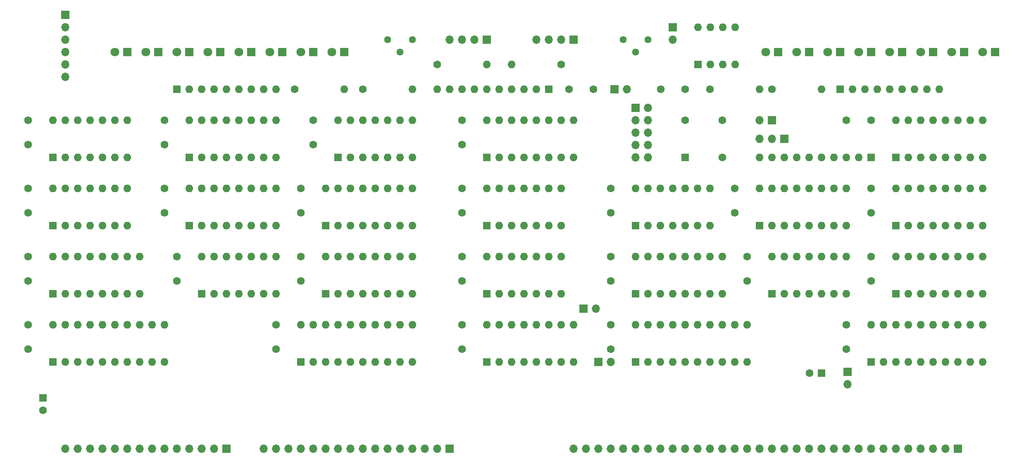
<source format=gts>
G04 #@! TF.GenerationSoftware,KiCad,Pcbnew,(7.0.0)*
G04 #@! TF.CreationDate,2024-03-28T20:26:14-07:00*
G04 #@! TF.ProjectId,sound_square,736f756e-645f-4737-9175-6172652e6b69,rev?*
G04 #@! TF.SameCoordinates,Original*
G04 #@! TF.FileFunction,Soldermask,Top*
G04 #@! TF.FilePolarity,Negative*
%FSLAX46Y46*%
G04 Gerber Fmt 4.6, Leading zero omitted, Abs format (unit mm)*
G04 Created by KiCad (PCBNEW (7.0.0)) date 2024-03-28 20:26:14*
%MOMM*%
%LPD*%
G01*
G04 APERTURE LIST*
%ADD10R,1.600000X1.600000*%
%ADD11O,1.600000X1.600000*%
%ADD12R,1.800000X1.800000*%
%ADD13C,1.800000*%
%ADD14R,1.700000X1.700000*%
%ADD15O,1.700000X1.700000*%
%ADD16C,1.600000*%
%ADD17C,1.440000*%
G04 APERTURE END LIST*
D10*
X177799999Y-99059999D03*
D11*
X180339999Y-99059999D03*
X182879999Y-99059999D03*
X185419999Y-99059999D03*
X187959999Y-99059999D03*
X190499999Y-99059999D03*
X193039999Y-99059999D03*
X193039999Y-91439999D03*
X190499999Y-91439999D03*
X187959999Y-91439999D03*
X185419999Y-91439999D03*
X182879999Y-91439999D03*
X180339999Y-91439999D03*
X177799999Y-91439999D03*
D10*
X147319999Y-113029999D03*
D11*
X149859999Y-113029999D03*
X152399999Y-113029999D03*
X154939999Y-113029999D03*
X157479999Y-113029999D03*
X160019999Y-113029999D03*
X162559999Y-113029999D03*
X162559999Y-105409999D03*
X160019999Y-105409999D03*
X157479999Y-105409999D03*
X154939999Y-105409999D03*
X152399999Y-105409999D03*
X149859999Y-105409999D03*
X147319999Y-105409999D03*
D12*
X238759999Y-63499999D03*
D13*
X236220000Y-63500000D03*
D14*
X139699999Y-144779999D03*
D15*
X137159999Y-144779999D03*
X134619999Y-144779999D03*
X132079999Y-144779999D03*
X129539999Y-144779999D03*
X126999999Y-144779999D03*
X124459999Y-144779999D03*
X121919999Y-144779999D03*
X119379999Y-144779999D03*
X116839999Y-144779999D03*
X114299999Y-144779999D03*
X111759999Y-144779999D03*
X109219999Y-144779999D03*
X106679999Y-144779999D03*
X104139999Y-144779999D03*
X101599999Y-144779999D03*
D10*
X114299999Y-113029999D03*
D11*
X116839999Y-113029999D03*
X119379999Y-113029999D03*
X121919999Y-113029999D03*
X124459999Y-113029999D03*
X126999999Y-113029999D03*
X129539999Y-113029999D03*
X132079999Y-113029999D03*
X132079999Y-105409999D03*
X129539999Y-105409999D03*
X126999999Y-105409999D03*
X124459999Y-105409999D03*
X121919999Y-105409999D03*
X119379999Y-105409999D03*
X116839999Y-105409999D03*
X114299999Y-105409999D03*
D10*
X203199999Y-99059999D03*
D11*
X205739999Y-99059999D03*
X208279999Y-99059999D03*
X210819999Y-99059999D03*
X213359999Y-99059999D03*
X215899999Y-99059999D03*
X218439999Y-99059999D03*
X220979999Y-99059999D03*
X220979999Y-91439999D03*
X218439999Y-91439999D03*
X215899999Y-91439999D03*
X213359999Y-91439999D03*
X210819999Y-91439999D03*
X208279999Y-91439999D03*
X205739999Y-91439999D03*
X203199999Y-91439999D03*
D16*
X169164000Y-71120000D03*
X164164000Y-71120000D03*
D10*
X88899999Y-113029999D03*
D11*
X91439999Y-113029999D03*
X93979999Y-113029999D03*
X96519999Y-113029999D03*
X99059999Y-113029999D03*
X101599999Y-113029999D03*
X104139999Y-113029999D03*
X104139999Y-105409999D03*
X101599999Y-105409999D03*
X99059999Y-105409999D03*
X96519999Y-105409999D03*
X93979999Y-105409999D03*
X91439999Y-105409999D03*
X88899999Y-105409999D03*
D16*
X111760000Y-77470000D03*
X111760000Y-82470000D03*
D12*
X111759999Y-63499999D03*
D13*
X109220000Y-63500000D03*
D16*
X226060000Y-91440000D03*
X226060000Y-96440000D03*
X172720000Y-91440000D03*
X172720000Y-96440000D03*
D10*
X231139999Y-85089999D03*
D11*
X233679999Y-85089999D03*
X236219999Y-85089999D03*
X238759999Y-85089999D03*
X241299999Y-85089999D03*
X243839999Y-85089999D03*
X246379999Y-85089999D03*
X248919999Y-85089999D03*
X248919999Y-77469999D03*
X246379999Y-77469999D03*
X243839999Y-77469999D03*
X241299999Y-77469999D03*
X238759999Y-77469999D03*
X236219999Y-77469999D03*
X233679999Y-77469999D03*
X231139999Y-77469999D03*
D16*
X193040000Y-71120000D03*
D11*
X203199999Y-71119999D03*
D16*
X220980000Y-124380000D03*
X220980000Y-119380000D03*
X53340000Y-119380000D03*
X53340000Y-124380000D03*
X81280000Y-91440000D03*
X81280000Y-96440000D03*
D17*
X127000000Y-60960000D03*
X129540000Y-63500000D03*
X132080000Y-60960000D03*
D16*
X205740000Y-71120000D03*
D11*
X215899999Y-71119999D03*
D12*
X251459999Y-63499999D03*
D13*
X248920000Y-63500000D03*
D16*
X53340000Y-77470000D03*
X53340000Y-82470000D03*
X142240000Y-119380000D03*
X142240000Y-124380000D03*
D14*
X170179999Y-126999999D03*
D15*
X172719999Y-126999999D03*
D16*
X109220000Y-105410000D03*
X109220000Y-110410000D03*
D12*
X105409999Y-63499999D03*
D13*
X102870000Y-63500000D03*
D10*
X58419999Y-126999999D03*
D11*
X60959999Y-126999999D03*
X63499999Y-126999999D03*
X66039999Y-126999999D03*
X68579999Y-126999999D03*
X71119999Y-126999999D03*
X73659999Y-126999999D03*
X76199999Y-126999999D03*
X78739999Y-126999999D03*
X81279999Y-126999999D03*
X81279999Y-119379999D03*
X78739999Y-119379999D03*
X76199999Y-119379999D03*
X73659999Y-119379999D03*
X71119999Y-119379999D03*
X68579999Y-119379999D03*
X66039999Y-119379999D03*
X63499999Y-119379999D03*
X60959999Y-119379999D03*
X58419999Y-119379999D03*
D14*
X93979999Y-144779999D03*
D15*
X91439999Y-144779999D03*
X88899999Y-144779999D03*
X86359999Y-144779999D03*
X83819999Y-144779999D03*
X81279999Y-144779999D03*
X78739999Y-144779999D03*
X76199999Y-144779999D03*
X73659999Y-144779999D03*
X71119999Y-144779999D03*
X68579999Y-144779999D03*
X66039999Y-144779999D03*
X63499999Y-144779999D03*
X60959999Y-144779999D03*
D16*
X198120000Y-96440000D03*
X198120000Y-91440000D03*
D10*
X160019999Y-71119999D03*
D11*
X157479999Y-71119999D03*
X154939999Y-71119999D03*
X152399999Y-71119999D03*
X149859999Y-71119999D03*
X147319999Y-71119999D03*
X144779999Y-71119999D03*
X142239999Y-71119999D03*
X139699999Y-71119999D03*
X137159999Y-71119999D03*
D14*
X221233999Y-129031999D03*
D15*
X221233999Y-131571999D03*
D10*
X226059999Y-126999999D03*
D11*
X228599999Y-126999999D03*
X231139999Y-126999999D03*
X233679999Y-126999999D03*
X236219999Y-126999999D03*
X238759999Y-126999999D03*
X241299999Y-126999999D03*
X243839999Y-126999999D03*
X246379999Y-126999999D03*
X248919999Y-126999999D03*
X248919999Y-119379999D03*
X246379999Y-119379999D03*
X243839999Y-119379999D03*
X241299999Y-119379999D03*
X238759999Y-119379999D03*
X236219999Y-119379999D03*
X233679999Y-119379999D03*
X231139999Y-119379999D03*
X228599999Y-119379999D03*
X226059999Y-119379999D03*
D12*
X73659999Y-63499999D03*
D13*
X71120000Y-63500000D03*
D10*
X86359999Y-99059999D03*
D11*
X88899999Y-99059999D03*
X91439999Y-99059999D03*
X93979999Y-99059999D03*
X96519999Y-99059999D03*
X99059999Y-99059999D03*
X101599999Y-99059999D03*
X104139999Y-99059999D03*
X104139999Y-91439999D03*
X101599999Y-91439999D03*
X99059999Y-91439999D03*
X96519999Y-91439999D03*
X93979999Y-91439999D03*
X91439999Y-91439999D03*
X88899999Y-91439999D03*
X86359999Y-91439999D03*
D12*
X232409999Y-63499999D03*
D13*
X229870000Y-63500000D03*
D10*
X116839999Y-85089999D03*
D11*
X119379999Y-85089999D03*
X121919999Y-85089999D03*
X124459999Y-85089999D03*
X126999999Y-85089999D03*
X129539999Y-85089999D03*
X132079999Y-85089999D03*
X132079999Y-77469999D03*
X129539999Y-77469999D03*
X126999999Y-77469999D03*
X124459999Y-77469999D03*
X121919999Y-77469999D03*
X119379999Y-77469999D03*
X116839999Y-77469999D03*
D10*
X205739999Y-113029999D03*
D11*
X208279999Y-113029999D03*
X210819999Y-113029999D03*
X213359999Y-113029999D03*
X215899999Y-113029999D03*
X218439999Y-113029999D03*
X220979999Y-113029999D03*
X220979999Y-105409999D03*
X218439999Y-105409999D03*
X215899999Y-105409999D03*
X213359999Y-105409999D03*
X210819999Y-105409999D03*
X208279999Y-105409999D03*
X205739999Y-105409999D03*
D16*
X121920000Y-71120000D03*
D11*
X132079999Y-71119999D03*
D16*
X109220000Y-91440000D03*
X109220000Y-96440000D03*
D12*
X207009999Y-63499999D03*
D13*
X204470000Y-63500000D03*
D14*
X173481999Y-71119999D03*
D15*
X176021999Y-71119999D03*
D16*
X81280000Y-82470000D03*
X81280000Y-77470000D03*
D12*
X80009999Y-63499999D03*
D13*
X77470000Y-63500000D03*
D14*
X165099999Y-60959999D03*
D15*
X162559999Y-60959999D03*
X160019999Y-60959999D03*
X157479999Y-60959999D03*
D14*
X205739999Y-77469999D03*
D15*
X203199999Y-77469999D03*
D16*
X162560000Y-66040000D03*
D11*
X152399999Y-66039999D03*
D10*
X83819999Y-71119999D03*
D11*
X86359999Y-71119999D03*
X88899999Y-71119999D03*
X91439999Y-71119999D03*
X93979999Y-71119999D03*
X96519999Y-71119999D03*
X99059999Y-71119999D03*
X101599999Y-71119999D03*
X104139999Y-71119999D03*
D16*
X53340000Y-91440000D03*
X53340000Y-96440000D03*
X107950000Y-71120000D03*
D11*
X118109999Y-71119999D03*
D12*
X92709999Y-63499999D03*
D13*
X90170000Y-63500000D03*
D12*
X118109999Y-63499999D03*
D13*
X115570000Y-63500000D03*
D10*
X190509999Y-66029999D03*
D11*
X193049999Y-66029999D03*
X195589999Y-66029999D03*
X198129999Y-66029999D03*
X198129999Y-58409999D03*
X195589999Y-58409999D03*
X193049999Y-58409999D03*
X190509999Y-58409999D03*
D10*
X226059999Y-85089999D03*
D11*
X223519999Y-85089999D03*
X220979999Y-85089999D03*
X218439999Y-85089999D03*
X215899999Y-85089999D03*
X213359999Y-85089999D03*
X210819999Y-85089999D03*
X208279999Y-85089999D03*
X205739999Y-85089999D03*
X203199999Y-85089999D03*
D10*
X56387999Y-134365999D03*
D16*
X56388000Y-136866000D03*
D12*
X226059999Y-63499999D03*
D13*
X223520000Y-63500000D03*
D12*
X245109999Y-63499999D03*
D13*
X242570000Y-63500000D03*
D16*
X226060000Y-105410000D03*
X226060000Y-110410000D03*
X182960000Y-71120000D03*
X187960000Y-71120000D03*
D14*
X167131999Y-116077999D03*
D15*
X169671999Y-116077999D03*
D17*
X175260000Y-60960000D03*
X177800000Y-63500000D03*
X180340000Y-60960000D03*
D10*
X86359999Y-85089999D03*
D11*
X88899999Y-85089999D03*
X91439999Y-85089999D03*
X93979999Y-85089999D03*
X96519999Y-85089999D03*
X99059999Y-85089999D03*
X101599999Y-85089999D03*
X104139999Y-85089999D03*
X104139999Y-77469999D03*
X101599999Y-77469999D03*
X99059999Y-77469999D03*
X96519999Y-77469999D03*
X93979999Y-77469999D03*
X91439999Y-77469999D03*
X88899999Y-77469999D03*
X86359999Y-77469999D03*
D10*
X114299999Y-99059999D03*
D11*
X116839999Y-99059999D03*
X119379999Y-99059999D03*
X121919999Y-99059999D03*
X124459999Y-99059999D03*
X126999999Y-99059999D03*
X129539999Y-99059999D03*
X132079999Y-99059999D03*
X132079999Y-91439999D03*
X129539999Y-91439999D03*
X126999999Y-91439999D03*
X124459999Y-91439999D03*
X121919999Y-91439999D03*
X119379999Y-91439999D03*
X116839999Y-91439999D03*
X114299999Y-91439999D03*
D10*
X58419999Y-99059999D03*
D11*
X60959999Y-99059999D03*
X63499999Y-99059999D03*
X66039999Y-99059999D03*
X68579999Y-99059999D03*
X71119999Y-99059999D03*
X73659999Y-99059999D03*
X73659999Y-91439999D03*
X71119999Y-91439999D03*
X68579999Y-91439999D03*
X66039999Y-91439999D03*
X63499999Y-91439999D03*
X60959999Y-91439999D03*
X58419999Y-91439999D03*
D10*
X58419999Y-113029999D03*
D11*
X60959999Y-113029999D03*
X63499999Y-113029999D03*
X66039999Y-113029999D03*
X68579999Y-113029999D03*
X71119999Y-113029999D03*
X73659999Y-113029999D03*
X76199999Y-113029999D03*
X76199999Y-105409999D03*
X73659999Y-105409999D03*
X71119999Y-105409999D03*
X68579999Y-105409999D03*
X66039999Y-105409999D03*
X63499999Y-105409999D03*
X60959999Y-105409999D03*
X58419999Y-105409999D03*
D16*
X83820000Y-105410000D03*
X83820000Y-110410000D03*
D10*
X147319999Y-99059999D03*
D11*
X149859999Y-99059999D03*
X152399999Y-99059999D03*
X154939999Y-99059999D03*
X157479999Y-99059999D03*
X160019999Y-99059999D03*
X162559999Y-99059999D03*
X162559999Y-91439999D03*
X160019999Y-91439999D03*
X157479999Y-91439999D03*
X154939999Y-91439999D03*
X152399999Y-91439999D03*
X149859999Y-91439999D03*
X147319999Y-91439999D03*
D16*
X172720000Y-110410000D03*
X172720000Y-105410000D03*
D10*
X231139999Y-99059999D03*
D11*
X233679999Y-99059999D03*
X236219999Y-99059999D03*
X238759999Y-99059999D03*
X241299999Y-99059999D03*
X243839999Y-99059999D03*
X246379999Y-99059999D03*
X248919999Y-99059999D03*
X248919999Y-91439999D03*
X246379999Y-91439999D03*
X243839999Y-91439999D03*
X241299999Y-91439999D03*
X238759999Y-91439999D03*
X236219999Y-91439999D03*
X233679999Y-91439999D03*
X231139999Y-91439999D03*
D10*
X58419999Y-85089999D03*
D11*
X60959999Y-85089999D03*
X63499999Y-85089999D03*
X66039999Y-85089999D03*
X68579999Y-85089999D03*
X71119999Y-85089999D03*
X73659999Y-85089999D03*
X73659999Y-77469999D03*
X71119999Y-77469999D03*
X68579999Y-77469999D03*
X66039999Y-77469999D03*
X63499999Y-77469999D03*
X60959999Y-77469999D03*
X58419999Y-77469999D03*
D14*
X147319999Y-60959999D03*
D15*
X144779999Y-60959999D03*
X142239999Y-60959999D03*
X139699999Y-60959999D03*
D16*
X172720000Y-124380000D03*
X172720000Y-119380000D03*
D10*
X109219999Y-126999999D03*
D11*
X111759999Y-126999999D03*
X114299999Y-126999999D03*
X116839999Y-126999999D03*
X119379999Y-126999999D03*
X121919999Y-126999999D03*
X124459999Y-126999999D03*
X126999999Y-126999999D03*
X129539999Y-126999999D03*
X132079999Y-126999999D03*
X132079999Y-119379999D03*
X129539999Y-119379999D03*
X126999999Y-119379999D03*
X124459999Y-119379999D03*
X121919999Y-119379999D03*
X119379999Y-119379999D03*
X116839999Y-119379999D03*
X114299999Y-119379999D03*
X111759999Y-119379999D03*
X109219999Y-119379999D03*
D16*
X142240000Y-91440000D03*
X142240000Y-96440000D03*
D14*
X177799999Y-74929999D03*
D15*
X180339999Y-74929999D03*
X177799999Y-77469999D03*
X180339999Y-77469999D03*
X177799999Y-80009999D03*
X180339999Y-80009999D03*
X177799999Y-82549999D03*
X180339999Y-82549999D03*
X177799999Y-85089999D03*
X180339999Y-85089999D03*
D10*
X177799999Y-126999999D03*
D11*
X180339999Y-126999999D03*
X182879999Y-126999999D03*
X185419999Y-126999999D03*
X187959999Y-126999999D03*
X190499999Y-126999999D03*
X193039999Y-126999999D03*
X195579999Y-126999999D03*
X198119999Y-126999999D03*
X200659999Y-126999999D03*
X200659999Y-119379999D03*
X198119999Y-119379999D03*
X195579999Y-119379999D03*
X193039999Y-119379999D03*
X190499999Y-119379999D03*
X187959999Y-119379999D03*
X185419999Y-119379999D03*
X182879999Y-119379999D03*
X180339999Y-119379999D03*
X177799999Y-119379999D03*
D16*
X104140000Y-119380000D03*
X104140000Y-124380000D03*
D12*
X213359999Y-63499999D03*
D13*
X210820000Y-63500000D03*
D16*
X200660000Y-105410000D03*
X200660000Y-110410000D03*
D12*
X219709999Y-63499999D03*
D13*
X217170000Y-63500000D03*
D14*
X60959999Y-55879999D03*
D15*
X60959999Y-58419999D03*
X60959999Y-60959999D03*
X60959999Y-63499999D03*
X60959999Y-66039999D03*
X60959999Y-68579999D03*
D10*
X147319999Y-85089999D03*
D11*
X149859999Y-85089999D03*
X152399999Y-85089999D03*
X154939999Y-85089999D03*
X157479999Y-85089999D03*
X160019999Y-85089999D03*
X162559999Y-85089999D03*
X165099999Y-85089999D03*
X165099999Y-77469999D03*
X162559999Y-77469999D03*
X160019999Y-77469999D03*
X157479999Y-77469999D03*
X154939999Y-77469999D03*
X152399999Y-77469999D03*
X149859999Y-77469999D03*
X147319999Y-77469999D03*
D14*
X185419999Y-58419999D03*
D15*
X185419999Y-60959999D03*
D10*
X215899999Y-129285999D03*
D16*
X213400000Y-129286000D03*
D10*
X231139999Y-113029999D03*
D11*
X233679999Y-113029999D03*
X236219999Y-113029999D03*
X238759999Y-113029999D03*
X241299999Y-113029999D03*
X243839999Y-113029999D03*
X246379999Y-113029999D03*
X248919999Y-113029999D03*
X248919999Y-105409999D03*
X246379999Y-105409999D03*
X243839999Y-105409999D03*
X241299999Y-105409999D03*
X238759999Y-105409999D03*
X236219999Y-105409999D03*
X233679999Y-105409999D03*
X231139999Y-105409999D03*
D16*
X142240000Y-82470000D03*
X142240000Y-77470000D03*
D14*
X208279999Y-81279999D03*
D15*
X205739999Y-81279999D03*
X203199999Y-81279999D03*
D16*
X53340000Y-105410000D03*
X53340000Y-110410000D03*
D10*
X177799999Y-113029999D03*
D11*
X180339999Y-113029999D03*
X182879999Y-113029999D03*
X185419999Y-113029999D03*
X187959999Y-113029999D03*
X190499999Y-113029999D03*
X193039999Y-113029999D03*
X195579999Y-113029999D03*
X195579999Y-105409999D03*
X193039999Y-105409999D03*
X190499999Y-105409999D03*
X187959999Y-105409999D03*
X185419999Y-105409999D03*
X182879999Y-105409999D03*
X180339999Y-105409999D03*
X177799999Y-105409999D03*
D16*
X142240000Y-105410000D03*
X142240000Y-110410000D03*
D14*
X243839999Y-144779999D03*
D15*
X241299999Y-144779999D03*
X238759999Y-144779999D03*
X236219999Y-144779999D03*
X233679999Y-144779999D03*
X231139999Y-144779999D03*
X228599999Y-144779999D03*
X226059999Y-144779999D03*
X223519999Y-144779999D03*
X220979999Y-144779999D03*
X218439999Y-144779999D03*
X215899999Y-144779999D03*
X213359999Y-144779999D03*
X210819999Y-144779999D03*
X208279999Y-144779999D03*
X205739999Y-144779999D03*
X203199999Y-144779999D03*
X200659999Y-144779999D03*
X198119999Y-144779999D03*
X195579999Y-144779999D03*
X193039999Y-144779999D03*
X190499999Y-144779999D03*
X187959999Y-144779999D03*
X185419999Y-144779999D03*
X182879999Y-144779999D03*
X180339999Y-144779999D03*
X177799999Y-144779999D03*
X175259999Y-144779999D03*
X172719999Y-144779999D03*
X170179999Y-144779999D03*
X167639999Y-144779999D03*
X165099999Y-144779999D03*
D16*
X220980000Y-77470000D03*
X225980000Y-77470000D03*
D10*
X219709999Y-71119999D03*
D11*
X222249999Y-71119999D03*
X224789999Y-71119999D03*
X227329999Y-71119999D03*
X229869999Y-71119999D03*
X232409999Y-71119999D03*
X234949999Y-71119999D03*
X237489999Y-71119999D03*
X240029999Y-71119999D03*
D12*
X99059999Y-63499999D03*
D13*
X96520000Y-63500000D03*
D16*
X137160000Y-66040000D03*
D11*
X147319999Y-66039999D03*
D12*
X86359999Y-63499999D03*
D13*
X83820000Y-63500000D03*
D10*
X187959999Y-85089999D03*
D16*
X195580000Y-85090000D03*
X195580000Y-77470000D03*
X187960000Y-77470000D03*
D10*
X147319999Y-126999999D03*
D11*
X149859999Y-126999999D03*
X152399999Y-126999999D03*
X154939999Y-126999999D03*
X157479999Y-126999999D03*
X160019999Y-126999999D03*
X162559999Y-126999999D03*
X165099999Y-126999999D03*
X165099999Y-119379999D03*
X162559999Y-119379999D03*
X160019999Y-119379999D03*
X157479999Y-119379999D03*
X154939999Y-119379999D03*
X152399999Y-119379999D03*
X149859999Y-119379999D03*
X147319999Y-119379999D03*
M02*

</source>
